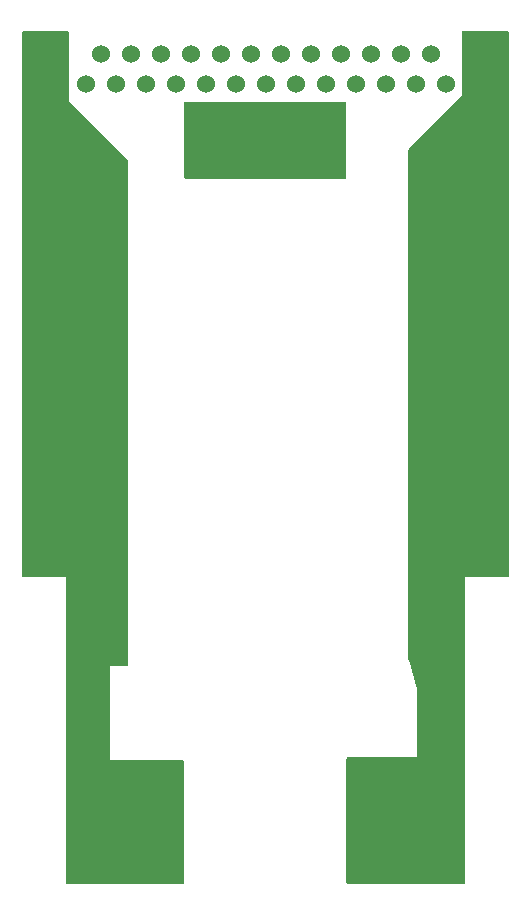
<source format=gbr>
%TF.GenerationSoftware,KiCad,Pcbnew,(6.0.11-0)*%
%TF.CreationDate,2024-08-02T08:50:10-07:00*%
%TF.ProjectId,TcBox_6x4,5463426f-785f-4367-9834-2e6b69636164,v1.0*%
%TF.SameCoordinates,Original*%
%TF.FileFunction,Soldermask,Bot*%
%TF.FilePolarity,Negative*%
%FSLAX46Y46*%
G04 Gerber Fmt 4.6, Leading zero omitted, Abs format (unit mm)*
G04 Created by KiCad (PCBNEW (6.0.11-0)) date 2024-08-02 08:50:10*
%MOMM*%
%LPD*%
G01*
G04 APERTURE LIST*
%ADD10C,3.263900*%
%ADD11C,0.800000*%
%ADD12C,1.778000*%
%ADD13C,1.524000*%
G04 APERTURE END LIST*
D10*
%TO.C,H3*%
X135543540Y-82520760D03*
%TD*%
%TO.C,H6*%
X165695860Y-73268520D03*
%TD*%
%TO.C,H5*%
X167304180Y-63856180D03*
%TD*%
%TO.C,H7*%
X165695860Y-82643900D03*
%TD*%
%TO.C,H2*%
X135525760Y-73238280D03*
%TD*%
D11*
%TO.C,R1*%
X150750000Y-60250000D03*
%TD*%
D10*
%TO.C,H4*%
X135544180Y-91936180D03*
%TD*%
%TO.C,H8*%
X165704180Y-91936180D03*
%TD*%
%TO.C,H1*%
X134004180Y-63856180D03*
%TD*%
D12*
%TO.C,J1*%
X131604180Y-53206180D03*
X169704180Y-53206180D03*
D13*
X135414180Y-54476180D03*
X137954180Y-54476180D03*
X140494180Y-54476180D03*
X143034180Y-54476180D03*
X145574180Y-54476180D03*
X148114180Y-54476180D03*
X150654180Y-54476180D03*
X153194180Y-54476180D03*
X155734180Y-54476180D03*
X158274180Y-54476180D03*
X160814180Y-54476180D03*
X163354180Y-54476180D03*
X165894180Y-54476180D03*
X136684180Y-51936180D03*
X139224180Y-51936180D03*
X141764180Y-51936180D03*
X144304180Y-51936180D03*
X146844180Y-51936180D03*
X149384180Y-51936180D03*
X151924180Y-51936180D03*
X154464180Y-51936180D03*
X157004180Y-51936180D03*
X159544180Y-51936180D03*
X162084180Y-51936180D03*
X164624180Y-51936180D03*
%TD*%
G36*
X133942121Y-50020002D02*
G01*
X133988614Y-50073658D01*
X134000000Y-50126000D01*
X134000000Y-55981885D01*
X134007530Y-56007530D01*
X138963095Y-60963095D01*
X138997121Y-61025407D01*
X139000000Y-61052190D01*
X139000000Y-103624000D01*
X138979998Y-103692121D01*
X138926342Y-103738614D01*
X138874000Y-103750000D01*
X137518115Y-103750000D01*
X137502876Y-103754475D01*
X137501671Y-103755865D01*
X137500000Y-103763548D01*
X137500000Y-111731885D01*
X137504475Y-111747124D01*
X137505865Y-111748329D01*
X137513548Y-111750000D01*
X143624000Y-111750000D01*
X143692121Y-111770002D01*
X143738614Y-111823658D01*
X143750000Y-111876000D01*
X143750000Y-122124000D01*
X143729998Y-122192121D01*
X143676342Y-122238614D01*
X143624000Y-122250000D01*
X133876000Y-122250000D01*
X133807879Y-122229998D01*
X133761386Y-122176342D01*
X133750000Y-122124000D01*
X133750000Y-96268115D01*
X133745525Y-96252876D01*
X133744135Y-96251671D01*
X133736452Y-96250000D01*
X130126000Y-96250000D01*
X130057879Y-96229998D01*
X130011386Y-96176342D01*
X130000000Y-96124000D01*
X130000000Y-50126000D01*
X130020002Y-50057879D01*
X130073658Y-50011386D01*
X130126000Y-50000000D01*
X133874000Y-50000000D01*
X133942121Y-50020002D01*
G37*
G36*
X171192121Y-50020002D02*
G01*
X171238614Y-50073658D01*
X171250000Y-50126000D01*
X171250000Y-96124000D01*
X171229998Y-96192121D01*
X171176342Y-96238614D01*
X171124000Y-96250000D01*
X167518115Y-96250000D01*
X167502876Y-96254475D01*
X167501671Y-96255865D01*
X167500000Y-96263548D01*
X167500000Y-122124000D01*
X167479998Y-122192121D01*
X167426342Y-122238614D01*
X167374000Y-122250000D01*
X157626000Y-122250000D01*
X157557879Y-122229998D01*
X157511386Y-122176342D01*
X157500000Y-122124000D01*
X157500000Y-111626000D01*
X157520002Y-111557879D01*
X157573658Y-111511386D01*
X157626000Y-111500000D01*
X163481885Y-111500000D01*
X163497124Y-111495525D01*
X163498329Y-111494135D01*
X163500000Y-111486452D01*
X163500000Y-105759194D01*
X163497358Y-105741193D01*
X162755314Y-103267713D01*
X162750000Y-103231507D01*
X162750000Y-60052190D01*
X162770002Y-59984069D01*
X162786905Y-59963095D01*
X167237188Y-55512812D01*
X167250000Y-55489350D01*
X167250000Y-50126000D01*
X167270002Y-50057879D01*
X167323658Y-50011386D01*
X167376000Y-50000000D01*
X171124000Y-50000000D01*
X171192121Y-50020002D01*
G37*
G36*
X157442121Y-56020002D02*
G01*
X157488614Y-56073658D01*
X157500000Y-56126000D01*
X157500000Y-62374000D01*
X157479998Y-62442121D01*
X157426342Y-62488614D01*
X157374000Y-62500000D01*
X143876000Y-62500000D01*
X143807879Y-62479998D01*
X143761386Y-62426342D01*
X143750000Y-62374000D01*
X143750000Y-56126000D01*
X143770002Y-56057879D01*
X143823658Y-56011386D01*
X143876000Y-56000000D01*
X157374000Y-56000000D01*
X157442121Y-56020002D01*
G37*
M02*

</source>
